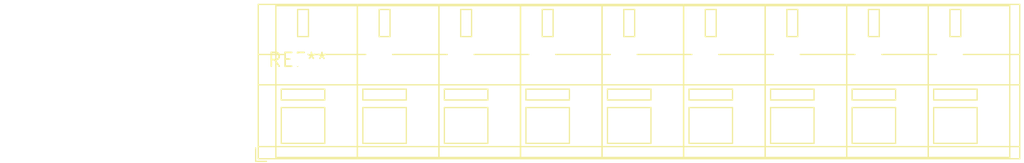
<source format=kicad_pcb>
(kicad_pcb (version 20240108) (generator pcbnew)
  (layers (0 "F.Cu" signal) (31 "B.Cu" signal) (34 "B.Paste" user) (35 "F.Paste" user) (36 "B.SilkS" user "B.Silkscreen") (37 "F.SilkS" user "F.Silkscreen") (38 "B.Mask" user) (39 "F.Mask" user) (44 "Edge.Cuts" user))
  (net 0 "")
  (footprint "TerminalBlock_WAGO_236-209_1x09_P7.50mm_45Degree" (layer "F.Cu") (at 0 0)
    (property "Reference" "REF**")
    (property "Value" "TerminalBlock_WAGO_236-209_1x09_P7.50mm_45Degree")
    (fp_line (start -3.86 8.12) (end -3.86 9.36) (layer "F.SilkS") (stroke (width 0.12)))
    (fp_line (start -3.86 9.36) (end -2.86 9.36) (layer "F.SilkS") (stroke (width 0.12)))
    (fp_line (start -3.62 -5.12) (end -3.62 9.12) (layer "F.SilkS") (stroke (width 0.12)))
    (fp_line (start -3.62 -5.12) (end 66.42 -5.12) (layer "F.SilkS") (stroke (width 0.12)))
    (fp_line (start -3.62 -0.5) (end -1.23 -0.5) (layer "F.SilkS") (stroke (width 0.12)))
    (fp_line (start -3.62 2.3) (end 66.42 2.3) (layer "F.SilkS") (stroke (width 0.12)))
    (fp_line (start -3.62 8) (end 66.42 8) (layer "F.SilkS") (stroke (width 0.12)))
    (fp_line (start -3.62 9.12) (end 66.42 9.12) (layer "F.SilkS") (stroke (width 0.12)))
    (fp_line (start -2 -5) (end -2 9) (layer "F.SilkS") (stroke (width 0.12)))
    (fp_line (start -2 -5) (end 5.5 -5) (layer "F.SilkS") (stroke (width 0.12)))
    (fp_line (start -2 9) (end 5.5 9) (layer "F.SilkS") (stroke (width 0.12)))
    (fp_line (start -1.5 2.7) (end -1.5 3.7) (layer "F.SilkS") (stroke (width 0.12)))
    (fp_line (start -1.5 2.7) (end 2.5 2.7) (layer "F.SilkS") (stroke (width 0.12)))
    (fp_line (start -1.5 3.7) (end 2.5 3.7) (layer "F.SilkS") (stroke (width 0.12)))
    (fp_line (start -1.5 4.4) (end -1.5 7.7) (layer "F.SilkS") (stroke (width 0.12)))
    (fp_line (start -1.5 4.4) (end 2.5 4.4) (layer "F.SilkS") (stroke (width 0.12)))
    (fp_line (start -1.5 7.7) (end 2.5 7.7) (layer "F.SilkS") (stroke (width 0.12)))
    (fp_line (start 0 -4.65) (end 0 -2.151) (layer "F.SilkS") (stroke (width 0.12)))
    (fp_line (start 0 -4.65) (end 1 -4.65) (layer "F.SilkS") (stroke (width 0.12)))
    (fp_line (start 0 -2.151) (end 1 -2.151) (layer "F.SilkS") (stroke (width 0.12)))
    (fp_line (start 1 -4.65) (end 1 -2.151) (layer "F.SilkS") (stroke (width 0.12)))
    (fp_line (start 1.23 -0.5) (end 6.27 -0.5) (layer "F.SilkS") (stroke (width 0.12)))
    (fp_line (start 2.5 2.7) (end 2.5 3.7) (layer "F.SilkS") (stroke (width 0.12)))
    (fp_line (start 2.5 4.4) (end 2.5 7.7) (layer "F.SilkS") (stroke (width 0.12)))
    (fp_line (start 5.5 -5) (end 5.5 9) (layer "F.SilkS") (stroke (width 0.12)))
    (fp_line (start 5.5 -5) (end 5.5 9) (layer "F.SilkS") (stroke (width 0.12)))
    (fp_line (start 5.5 -5) (end 13 -5) (layer "F.SilkS") (stroke (width 0.12)))
    (fp_line (start 5.5 9) (end 13 9) (layer "F.SilkS") (stroke (width 0.12)))
    (fp_line (start 6 2.7) (end 6 3.7) (layer "F.SilkS") (stroke (width 0.12)))
    (fp_line (start 6 2.7) (end 10 2.7) (layer "F.SilkS") (stroke (width 0.12)))
    (fp_line (start 6 3.7) (end 10 3.7) (layer "F.SilkS") (stroke (width 0.12)))
    (fp_line (start 6 4.4) (end 6 7.7) (layer "F.SilkS") (stroke (width 0.12)))
    (fp_line (start 6 4.4) (end 10 4.4) (layer "F.SilkS") (stroke (width 0.12)))
    (fp_line (start 6 7.7) (end 10 7.7) (layer "F.SilkS") (stroke (width 0.12)))
    (fp_line (start 7.5 -4.65) (end 7.5 -2.151) (layer "F.SilkS") (stroke (width 0.12)))
    (fp_line (start 7.5 -4.65) (end 8.5 -4.65) (layer "F.SilkS") (stroke (width 0.12)))
    (fp_line (start 7.5 -2.151) (end 8.5 -2.151) (layer "F.SilkS") (stroke (width 0.12)))
    (fp_line (start 8.5 -4.65) (end 8.5 -2.151) (layer "F.SilkS") (stroke (width 0.12)))
    (fp_line (start 8.73 -0.5) (end 13.77 -0.5) (layer "F.SilkS") (stroke (width 0.12)))
    (fp_line (start 10 2.7) (end 10 3.7) (layer "F.SilkS") (stroke (width 0.12)))
    (fp_line (start 10 4.4) (end 10 7.7) (layer "F.SilkS") (stroke (width 0.12)))
    (fp_line (start 13 -5) (end 13 9) (layer "F.SilkS") (stroke (width 0.12)))
    (fp_line (start 13 -5) (end 13 9) (layer "F.SilkS") (stroke (width 0.12)))
    (fp_line (start 13 -5) (end 20.5 -5) (layer "F.SilkS") (stroke (width 0.12)))
    (fp_line (start 13 9) (end 20.5 9) (layer "F.SilkS") (stroke (width 0.12)))
    (fp_line (start 13.5 2.7) (end 13.5 3.7) (layer "F.SilkS") (stroke (width 0.12)))
    (fp_line (start 13.5 2.7) (end 17.5 2.7) (layer "F.SilkS") (stroke (width 0.12)))
    (fp_line (start 13.5 3.7) (end 17.5 3.7) (layer "F.SilkS") (stroke (width 0.12)))
    (fp_line (start 13.5 4.4) (end 13.5 7.7) (layer "F.SilkS") (stroke (width 0.12)))
    (fp_line (start 13.5 4.4) (end 17.5 4.4) (layer "F.SilkS") (stroke (width 0.12)))
    (fp_line (start 13.5 7.7) (end 17.5 7.7) (layer "F.SilkS") (stroke (width 0.12)))
    (fp_line (start 15 -4.65) (end 15 -2.151) (layer "F.SilkS") (stroke (width 0.12)))
    (fp_line (start 15 -4.65) (end 16 -4.65) (layer "F.SilkS") (stroke (width 0.12)))
    (fp_line (start 15 -2.151) (end 16 -2.151) (layer "F.SilkS") (stroke (width 0.12)))
    (fp_line (start 16 -4.65) (end 16 -2.151) (layer "F.SilkS") (stroke (width 0.12)))
    (fp_line (start 16.23 -0.5) (end 21.27 -0.5) (layer "F.SilkS") (stroke (width 0.12)))
    (fp_line (start 17.5 2.7) (end 17.5 3.7) (layer "F.SilkS") (stroke (width 0.12)))
    (fp_line (start 17.5 4.4) (end 17.5 7.7) (layer "F.SilkS") (stroke (width 0.12)))
    (fp_line (start 20.5 -5) (end 20.5 9) (layer "F.SilkS") (stroke (width 0.12)))
    (fp_line (start 20.5 -5) (end 20.5 9) (layer "F.SilkS") (stroke (width 0.12)))
    (fp_line (start 20.5 -5) (end 28 -5) (layer "F.SilkS") (stroke (width 0.12)))
    (fp_line (start 20.5 9) (end 28 9) (layer "F.SilkS") (stroke (width 0.12)))
    (fp_line (start 21 2.7) (end 21 3.7) (layer "F.SilkS") (stroke (width 0.12)))
    (fp_line (start 21 2.7) (end 25 2.7) (layer "F.SilkS") (stroke (width 0.12)))
    (fp_line (start 21 3.7) (end 25 3.7) (layer "F.SilkS") (stroke (width 0.12)))
    (fp_line (start 21 4.4) (end 21 7.7) (layer "F.SilkS") (stroke (width 0.12)))
    (fp_line (start 21 4.4) (end 25 4.4) (layer "F.SilkS") (stroke (width 0.12)))
    (fp_line (start 21 7.7) (end 25 7.7) (layer "F.SilkS") (stroke (width 0.12)))
    (fp_line (start 22.5 -4.65) (end 22.5 -2.151) (layer "F.SilkS") (stroke (width 0.12)))
    (fp_line (start 22.5 -4.65) (end 23.5 -4.65) (layer "F.SilkS") (stroke (width 0.12)))
    (fp_line (start 22.5 -2.151) (end 23.5 -2.151) (layer "F.SilkS") (stroke (width 0.12)))
    (fp_line (start 23.5 -4.65) (end 23.5 -2.151) (layer "F.SilkS") (stroke (width 0.12)))
    (fp_line (start 23.73 -0.5) (end 28.77 -0.5) (layer "F.SilkS") (stroke (width 0.12)))
    (fp_line (start 25 2.7) (end 25 3.7) (layer "F.SilkS") (stroke (width 0.12)))
    (fp_line (start 25 4.4) (end 25 7.7) (layer "F.SilkS") (stroke (width 0.12)))
    (fp_line (start 28 -5) (end 28 9) (layer "F.SilkS") (stroke (width 0.12)))
    (fp_line (start 28 -5) (end 28 9) (layer "F.SilkS") (stroke (width 0.12)))
    (fp_line (start 28 -5) (end 35.5 -5) (layer "F.SilkS") (stroke (width 0.12)))
    (fp_line (start 28 9) (end 35.5 9) (layer "F.SilkS") (stroke (width 0.12)))
    (fp_line (start 28.5 2.7) (end 28.5 3.7) (layer "F.SilkS") (stroke (width 0.12)))
    (fp_line (start 28.5 2.7) (end 32.5 2.7) (layer "F.SilkS") (stroke (width 0.12)))
    (fp_line (start 28.5 3.7) (end 32.5 3.7) (layer "F.SilkS") (stroke (width 0.12)))
    (fp_line (start 28.5 4.4) (end 28.5 7.7) (layer "F.SilkS") (stroke (width 0.12)))
    (fp_line (start 28.5 4.4) (end 32.5 4.4) (layer "F.SilkS") (stroke (width 0.12)))
    (fp_line (start 28.5 7.7) (end 32.5 7.7) (layer "F.SilkS") (stroke (width 0.12)))
    (fp_line (start 30 -4.65) (end 30 -2.151) (layer "F.SilkS") (stroke (width 0.12)))
    (fp_line (start 30 -4.65) (end 31 -4.65) (layer "F.SilkS") (stroke (width 0.12)))
    (fp_line (start 30 -2.151) (end 31 -2.151) (layer "F.SilkS") (stroke (width 0.12)))
    (fp_line (start 31 -4.65) (end 31 -2.151) (layer "F.SilkS") (stroke (width 0.12)))
    (fp_line (start 31.23 -0.5) (end 36.27 -0.5) (layer "F.SilkS") (stroke (width 0.12)))
    (fp_line (start 32.5 2.7) (end 32.5 3.7) (layer "F.SilkS") (stroke (width 0.12)))
    (fp_line (start 32.5 4.4) (end 32.5 7.7) (layer "F.SilkS") (stroke (width 0.12)))
    (fp_line (start 35.5 -5) (end 35.5 9) (layer "F.SilkS") (stroke (width 0.12)))
    (fp_line (start 35.5 -5) (end 35.5 9) (layer "F.SilkS") (stroke (width 0.12)))
    (fp_line (start 35.5 -5) (end 43 -5) (layer "F.SilkS") (stroke (width 0.12)))
    (fp_line (start 35.5 9) (end 43 9) (layer "F.SilkS") (stroke (width 0.12)))
    (fp_line (start 36 2.7) (end 36 3.7) (layer "F.SilkS") (stroke (width 0.12)))
    (fp_line (start 36 2.7) (end 40 2.7) (layer "F.SilkS") (stroke (width 0.12)))
    (fp_line (start 36 3.7) (end 40 3.7) (layer "F.SilkS") (stroke (width 0.12)))
    (fp_line (start 36 4.4) (end 36 7.7) (layer "F.SilkS") (stroke (width 0.12)))
    (fp_line (start 36 4.4) (end 40 4.4) (layer "F.SilkS") (stroke (width 0.12)))
    (fp_line (start 36 7.7) (end 40 7.7) (layer "F.SilkS") (stroke (width 0.12)))
    (fp_line (start 37.5 -4.65) (end 37.5 -2.151) (layer "F.SilkS") (stroke (width 0.12)))
    (fp_line (start 37.5 -4.65) (end 38.5 -4.65) (layer "F.SilkS") (stroke (width 0.12)))
    (fp_line (start 37.5 -2.151) (end 38.5 -2.151) (layer "F.SilkS") (stroke (width 0.12)))
    (fp_line (start 38.5 -4.65) (end 38.5 -2.151) (layer "F.SilkS") (stroke (width 0.12)))
    (fp_line (start 38.73 -0.5) (end 43.77 -0.5) (layer "F.SilkS") (stroke (width 0.12)))
    (fp_line (start 40 2.7) (end 40 3.7) (layer "F.SilkS") (stroke (width 0.12)))
    (fp_line (start 40 4.4) (end 40 7.7) (layer "F.SilkS") (stroke (width 0.12)))
    (fp_line (start 43 -5) (end 43 9) (layer "F.SilkS") (stroke (width 0.12)))
    (fp_line (start 43 -5) (end 43 9) (layer "F.SilkS") (stroke (width 0.12)))
    (fp_line (start 43 -5) (end 50.5 -5) (layer "F.SilkS") (stroke (width 0.12)))
    (fp_line (start 43 9) (end 50.5 9) (layer "F.SilkS") (stroke (width 0.12)))
    (fp_line (start 43.5 2.7) (end 43.5 3.7) (layer "F.SilkS") (stroke (width 0.12)))
    (fp_line (start 43.5 2.7) (end 47.5 2.7) (layer "F.SilkS") (stroke (width 0.12)))
    (fp_line (start 43.5 3.7) (end 47.5 3.7) (layer "F.SilkS") (stroke (width 0.12)))
    (fp_line (start 43.5 4.4) (end 43.5 7.7) (layer "F.SilkS") (stroke (width 0.12)))
    (fp_line (start 43.5 4.4) (end 47.5 4.4) (layer "F.SilkS") (stroke (width 0.12)))
    (fp_line (start 43.5 7.7) (end 47.5 7.7) (layer "F.SilkS") (stroke (width 0.12)))
    (fp_line (start 45 -4.65) (end 45 -2.151) (layer "F.SilkS") (stroke (width 0.12)))
    (fp_line (start 45 -4.65) (end 46 -4.65) (layer "F.SilkS") (stroke (width 0.12)))
    (fp_line (start 45 -2.151) (end 46 -2.151) (layer "F.SilkS") (stroke (width 0.12)))
    (fp_line (start 46 -4.65) (end 46 -2.151) (layer "F.SilkS") (stroke (width 0.12)))
    (fp_line (start 46.23 -0.5) (end 51.27 -0.5) (layer "F.SilkS") (stroke (width 0.12)))
    (fp_line (start 47.5 2.7) (end 47.5 3.7) (layer "F.SilkS") (stroke (width 0.12)))
    (fp_line (start 47.5 4.4) (end 47.5 7.7) (layer "F.SilkS") (stroke (width 0.12)))
    (fp_line (start 50.5 -5) (end 50.5 9) (layer "F.SilkS") (stroke (width 0.12)))
    (fp_line (start 50.5 -5) (end 50.5 9) (layer "F.SilkS") (stroke (width 0.12)))
    (fp_line (start 50.5 -5) (end 58 -5) (layer "F.SilkS") (stroke (width 0.12)))
    (fp_line (start 50.5 9) (end 58 9) (layer "F.SilkS") (stroke (width 0.12)))
    (fp_line (start 51 2.7) (end 51 3.7) (layer "F.SilkS") (stroke (width 0.12)))
    (fp_line (start 51 2.7) (end 55 2.7) (layer "F.SilkS") (stroke (width 0.12)))
    (fp_line (start 51 3.7) (end 55 3.7) (layer "F.SilkS") (stroke (width 0.12)))
    (fp_line (start 51 4.4) (end 51 7.7) (layer "F.SilkS") (stroke (width 0.12)))
    (fp_line (start 51 4.4) (end 55 4.4) (layer "F.SilkS") (stroke (width 0.12)))
    (fp_line (start 51 7.7) (end 55 7.7) (layer "F.SilkS") (stroke (width 0.12)))
    (fp_line (start 52.5 -4.65) (end 52.5 -2.151) (layer "F.SilkS") (stroke (width 0.12)))
    (fp_line (start 52.5 -4.65) (end 53.5 -4.65) (layer "F.SilkS") (stroke (width 0.12)))
    (fp_line (start 52.5 -2.151) (end 53.5 -2.151) (layer "F.SilkS") (stroke (width 0.12)))
    (fp_line (start 53.5 -4.65) (end 53.5 -2.151) (layer "F.SilkS") (stroke (width 0.12)))
    (fp_line (start 53.73 -0.5) (end 58.77 -0.5) (layer "F.SilkS") (stroke (width 0.12)))
    (fp_line (start 55 2.7) (end 55 3.7) (layer "F.SilkS") (stroke (width 0.12)))
    (fp_line (start 55 4.4) (end 55 7.7) (layer "F.SilkS") (stroke (width 0.12)))
    (fp_line (start 58 -5) (end 58 9) (layer "F.SilkS") (stroke (width 0.12)))
    (fp_line (start 58 -5) (end 58 9) (layer "F.SilkS") (stroke (width 0.12)))
    (fp_line (start 58 -5) (end 65.5 -5) (layer "F.SilkS") (stroke (width 0.12)))
    (fp_line (start 58 9) (end 65.5 9) (layer "F.SilkS") (stroke (width 0.12)))
    (fp_line (start 58.5 2.7) (end 58.5 3.7) (layer "F.SilkS") (stroke (width 0.12)))
    (fp_line (start 58.5 2.7) (end 62.5 2.7) (layer "F.SilkS") (stroke (width 0.12)))
    (fp_line (start 58.5 3.7) (end 62.5 3.7) (layer "F.SilkS") (stroke (width 0.12)))
    (fp_line (start 58.5 4.4) (end 58.5 7.7) (layer "F.SilkS") (stroke (width 0.12)))
    (fp_line (start 58.5 4.4) (end 62.5 4.4) (layer "F.SilkS") (stroke (width 0.12)))
    (fp_line (start 58.5 7.7) (end 62.5 7.7) (layer "F.SilkS") (stroke (width 0.12)))
    (fp_line (start 60 -4.65) (end 60 -2.151) (layer "F.SilkS") (stroke (width 0.12)))
    (fp_line (start 60 -4.65) (end 61 -4.65) (layer "F.SilkS") (stroke (width 0.12)))
    (fp_line (start 60 -2.151) (end 61 -2.151) (layer "F.SilkS") (stroke (width 0.12)))
    (fp_line (start 61 -4.65) (end 61 -2.151) (layer "F.SilkS") (stroke (width 0.12)))
    (fp_line (start 61.23 -0.5) (end 66.42 -0.5) (layer "F.SilkS") (stroke (width 0.12)))
    (fp_line (start 62.5 2.7) (end 62.5 3.7) (layer "F.SilkS") (stroke (width 0.12)))
    (fp_line (start 62.5 4.4) (end 62.5 7.7) (layer "F.SilkS") (stroke (width 0.12)))
    (fp_line (start 65.5 -5) (end 65.5 9) (layer "F.SilkS") (stroke (width 0.12)))
    (fp_line (start 66.42 -5.12) (end 66.42 9.12) (layer "F.SilkS") (stroke (width 0.12)))
    (pad "1" thru_hole rect (at 0 0) (size 1.5 3) (drill 1.15) (layers *.Cu *.Mask) (remove_unused_layers))
    (pad "2" thru_hole oval (at 7.5 0) (size 1.5 3) (drill 1.15) (layers *.Cu *.Mask) (remove_unused_layers))
    (pad "3" thru_hole oval (at 15 0) (size 1.5 3) (drill 1.15) (layers *.Cu *.Mask) (remove_unused_layers))
    (pad "4" thru_hole oval (at 22.5 0) (size 1.5 3) (drill 1.15) (layers *.Cu *.Mask) (remove_unused_layers))
    (pad "5" thru_hole oval (at 30 0) (size 1.5 3) (drill 1.15) (layers *.Cu *.Mask) (remove_unused_layers))
    (pad "6" thru_hole oval (at 37.5 0) (size 1.5 3) (drill 1.15) (layers *.Cu *.Mask) (remove_unused_layers))
    (pad "7" thru_hole oval (at 45 0) (size 1.5 3) (drill 1.15) (layers *.Cu *.Mask) (remove_unused_layers))
    (pad "8" thru_hole oval (at 52.5 0) (size 1.5 3) (drill 1.15) (layers *.Cu *.Mask) (remove_unused_layers))
    (pad "9" thru_hole oval (at 60 0) (size 1.5 3) (drill 1.15) (layers *.Cu *.Mask) (remove_unused_layers))
  )
)
</source>
